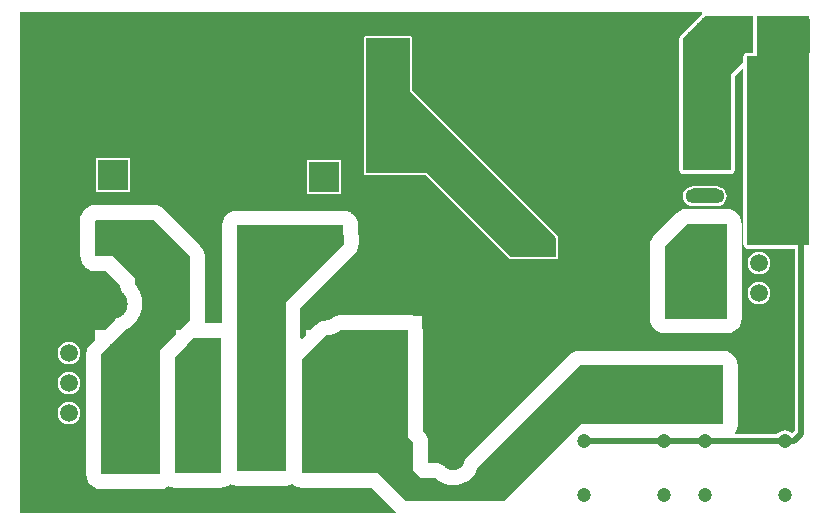
<source format=gtl>
G04*
G04 #@! TF.GenerationSoftware,Altium Limited,Altium Designer,22.4.2 (48)*
G04*
G04 Layer_Physical_Order=1*
G04 Layer_Color=255*
%FSLAX25Y25*%
%MOIN*%
G70*
G04*
G04 #@! TF.SameCoordinates,8CA05075-6D7B-4B7B-A49F-257FEDEDD644*
G04*
G04*
G04 #@! TF.FilePolarity,Positive*
G04*
G01*
G75*
%ADD12R,0.06614X0.11614*%
%ADD13R,0.08000X0.14000*%
%ADD14O,0.12992X0.05000*%
%ADD15R,0.13386X0.03937*%
%ADD16R,0.14000X0.08000*%
%ADD28C,0.01968*%
%ADD29C,0.09843*%
%ADD30R,0.09843X0.09843*%
%ADD31C,0.04724*%
%ADD32C,0.07480*%
%ADD33C,0.05906*%
%ADD34R,0.05906X0.05906*%
%ADD35C,0.02756*%
%ADD36C,0.02362*%
G36*
X238445Y167047D02*
X245804D01*
X245804Y167047D01*
Y154819D01*
X245673Y154689D01*
X243819D01*
X243358Y154597D01*
X242968Y154336D01*
X242706Y153945D01*
X242615Y153484D01*
X242615Y151630D01*
X238445Y147461D01*
X238445Y115486D01*
X222461Y115486D01*
X222461Y159509D01*
X230044Y167091D01*
X238445Y167047D01*
D02*
G37*
G36*
X264606Y90500D02*
X244172Y90500D01*
X243819Y90854D01*
X243819Y153484D01*
X247008D01*
Y167047D01*
X264606Y167047D01*
X264606Y90500D01*
D02*
G37*
G36*
X228965Y167716D02*
X228131Y166881D01*
X228100Y166860D01*
X228080Y166830D01*
X226595Y165346D01*
X226565Y165325D01*
X226544Y165295D01*
X225060Y163810D01*
X225029Y163790D01*
X225009Y163759D01*
X223524Y162275D01*
X223494Y162254D01*
X223473Y162224D01*
X221610Y160360D01*
X221349Y159969D01*
X221257Y159509D01*
X221257Y159509D01*
X221257Y115486D01*
X221349Y115025D01*
X221610Y114635D01*
X222001Y114374D01*
X222461Y114282D01*
X238445Y114282D01*
X238906Y114374D01*
X239297Y114635D01*
X239558Y115025D01*
X239649Y115486D01*
X239649Y146962D01*
X242153Y149466D01*
X242615Y149274D01*
X242615Y90854D01*
X242615Y90854D01*
X242706Y90393D01*
X242967Y90002D01*
X243321Y89648D01*
X243711Y89387D01*
X244172Y89296D01*
X244172Y89296D01*
X259681Y89296D01*
Y28665D01*
X258944Y27927D01*
X258262Y28450D01*
X257400Y28807D01*
X256475Y28929D01*
X255550Y28807D01*
X254688Y28450D01*
X253948Y27882D01*
X253703Y27563D01*
X239908D01*
X239661Y28063D01*
X240088Y28618D01*
X240353Y29260D01*
X240584Y29816D01*
X240584Y29816D01*
X240584Y29816D01*
X240664Y30424D01*
X240753Y31100D01*
X240753Y50500D01*
X240584Y51785D01*
X240088Y52982D01*
X239299Y54010D01*
X238271Y54799D01*
X237074Y55295D01*
X235789Y55464D01*
X188089Y55464D01*
X186804Y55295D01*
X185607Y54799D01*
X184579Y54010D01*
X150582Y20012D01*
X150236Y19562D01*
X149876Y19124D01*
X149843Y19049D01*
X149793Y18984D01*
X149576Y18460D01*
X149342Y17943D01*
X149322Y17878D01*
X148978Y17236D01*
X148516Y16673D01*
X147953Y16211D01*
X147311Y15867D01*
X146614Y15656D01*
X145889Y15584D01*
X145164Y15656D01*
X144467Y15867D01*
X143825Y16211D01*
X143039Y16856D01*
X142694Y17070D01*
X142372Y17317D01*
X142146Y17411D01*
X141938Y17540D01*
X141550Y17658D01*
X141174Y17813D01*
X140932Y17845D01*
X140698Y17916D01*
X140292Y17929D01*
X139890Y17982D01*
X137453Y17982D01*
X137453Y24040D01*
X137553Y24800D01*
X137384Y26085D01*
X136888Y27282D01*
X136099Y28310D01*
X136099Y28310D01*
X135653Y28756D01*
X135653Y62400D01*
X135512Y63470D01*
Y66850D01*
X132805D01*
X131974Y67195D01*
X130689Y67364D01*
X108645Y67364D01*
X108242Y67311D01*
X107836Y67297D01*
X107602Y67226D01*
X107360Y67195D01*
X106985Y67039D01*
X106596Y66921D01*
X106389Y66792D01*
X106163Y66699D01*
X105885Y66486D01*
X104789Y65900D01*
X103870Y65621D01*
X103109Y65546D01*
X102713Y65454D01*
X102310Y65401D01*
X102085Y65307D01*
X101847Y65252D01*
X101488Y65060D01*
X101113Y64905D01*
X100919Y64756D01*
X100704Y64641D01*
X100407Y64363D01*
X100085Y64116D01*
X98190Y62221D01*
X96668D01*
Y60698D01*
X95415Y59446D01*
X94953Y59637D01*
Y69544D01*
X112862Y87453D01*
X112893Y87494D01*
X112933Y87526D01*
X113287Y88007D01*
X113651Y88481D01*
X113671Y88529D01*
X113701Y88570D01*
X113918Y89126D01*
X114147Y89679D01*
X114154Y89729D01*
X114172Y89777D01*
X114238Y90371D01*
X114316Y90963D01*
X114309Y91014D01*
X114315Y91065D01*
X114189Y97261D01*
X114098Y97852D01*
X114020Y98444D01*
X114001Y98491D01*
X113993Y98542D01*
X113753Y99089D01*
X113524Y99641D01*
X113493Y99682D01*
X113473Y99728D01*
X113099Y100195D01*
X112736Y100669D01*
X112695Y100700D01*
X112663Y100740D01*
X112182Y101094D01*
X111708Y101458D01*
X111661Y101478D01*
X111619Y101508D01*
X111063Y101725D01*
X110511Y101954D01*
X110460Y101961D01*
X110412Y101979D01*
X109818Y102045D01*
X109226Y102123D01*
X73789D01*
X72504Y101954D01*
X71307Y101458D01*
X70279Y100669D01*
X69490Y99641D01*
X68994Y98444D01*
X68825Y97159D01*
Y64799D01*
X68558Y64564D01*
X63309D01*
X62979Y64940D01*
X63053Y65500D01*
X63053Y86900D01*
X62884Y88185D01*
X62388Y89382D01*
X61599Y90410D01*
X61599Y90410D01*
X49444Y102565D01*
X49444Y102565D01*
X48416Y103354D01*
X47219Y103850D01*
X45934Y104019D01*
X26723D01*
X26702Y104016D01*
X26680Y104019D01*
X26059Y103931D01*
X25438Y103850D01*
X25418Y103841D01*
X25397Y103838D01*
X24820Y103593D01*
X24241Y103354D01*
X24224Y103341D01*
X24204Y103332D01*
X23710Y102946D01*
X23213Y102565D01*
X23200Y102548D01*
X23183Y102534D01*
X22833Y102178D01*
X22819Y102161D01*
X22803Y102147D01*
X22430Y101644D01*
X22053Y101143D01*
X22045Y101123D01*
X22032Y101105D01*
X21802Y100523D01*
X21567Y99942D01*
X21565Y99920D01*
X21557Y99900D01*
X21486Y99277D01*
X21409Y98655D01*
X21412Y98634D01*
X21410Y98612D01*
X21614Y86814D01*
X21704Y86216D01*
X21783Y85615D01*
X21799Y85575D01*
X21806Y85532D01*
X22047Y84977D01*
X22279Y84418D01*
X22305Y84384D01*
X22322Y84344D01*
X22699Y83870D01*
X23067Y83390D01*
X23102Y83364D01*
X23129Y83330D01*
X23615Y82970D01*
X24095Y82601D01*
X24136Y82585D01*
X24170Y82559D01*
X24734Y82337D01*
X25293Y82105D01*
X25336Y82100D01*
X25376Y82084D01*
X25977Y82015D01*
X26577Y81936D01*
X30233D01*
X34775Y77394D01*
X34778Y77370D01*
X34791Y76964D01*
X34863Y76731D01*
X34894Y76488D01*
X35050Y76113D01*
X35168Y75724D01*
X35297Y75517D01*
X35390Y75291D01*
X35638Y74969D01*
X35852Y74624D01*
X36478Y73861D01*
X36931Y73014D01*
X37210Y72094D01*
X37304Y71138D01*
X37210Y70181D01*
X36931Y69262D01*
X36478Y68414D01*
X35868Y67671D01*
X35125Y67062D01*
X34283Y66611D01*
X34216Y66564D01*
X34141Y66532D01*
X33691Y66187D01*
X33230Y65857D01*
X33178Y65793D01*
X33113Y65744D01*
X29790Y62421D01*
X26468D01*
Y59099D01*
X26379Y59010D01*
X26379Y59010D01*
X25079Y57710D01*
X24290Y56682D01*
X23794Y55485D01*
X23625Y54200D01*
Y14200D01*
X23794Y12915D01*
X24290Y11718D01*
X25079Y10690D01*
X26107Y9901D01*
X27304Y9405D01*
X28589Y9236D01*
X48089D01*
X49374Y9405D01*
X50571Y9901D01*
X51104Y10310D01*
X51524Y10137D01*
X52126Y9888D01*
X52128Y9888D01*
X52130Y9887D01*
X52767Y9804D01*
X53411Y9720D01*
X53413Y9720D01*
X53415Y9720D01*
X68566Y9747D01*
X69204Y9832D01*
X69842Y9916D01*
X69846Y9917D01*
X69851Y9918D01*
X70445Y10166D01*
X71039Y10412D01*
X71043Y10414D01*
X71047Y10416D01*
X71557Y10809D01*
X71632Y10867D01*
X72504Y10505D01*
X73789Y10336D01*
X89989D01*
X91274Y10505D01*
X92326Y10941D01*
X93007Y10419D01*
X94204Y9923D01*
X95489Y9753D01*
X118516D01*
X126429Y1840D01*
X126706Y1628D01*
X126545Y1154D01*
X1391D01*
X1391Y168216D01*
X228758D01*
X228965Y167716D01*
D02*
G37*
G36*
X109352Y90963D02*
X89989Y71600D01*
Y15300D01*
X73789D01*
Y97159D01*
X109226D01*
X109352Y90963D01*
D02*
G37*
G36*
X68558Y14710D02*
X53407Y14684D01*
X53053Y15037D01*
X53053Y53444D01*
X56978Y57369D01*
X56978Y57369D01*
X57647Y58242D01*
X58520Y58911D01*
X58520Y58911D01*
X59209Y59600D01*
X68558D01*
X68558Y14710D01*
D02*
G37*
G36*
X58089Y86900D02*
X58089Y65500D01*
X55010Y62421D01*
X53468D01*
Y60879D01*
X48089Y55500D01*
X48089Y14200D01*
X28589D01*
Y54200D01*
X29889Y55500D01*
X36623Y62234D01*
X37896Y62914D01*
X39395Y64144D01*
X40625Y65643D01*
X41539Y67353D01*
X42102Y69208D01*
X42292Y71138D01*
X42102Y73067D01*
X41539Y74923D01*
X40625Y76632D01*
X39689Y77773D01*
X39689Y79500D01*
X32289Y86900D01*
X26577D01*
X26373Y98699D01*
X26723Y99055D01*
X45934D01*
X58089Y86900D01*
D02*
G37*
G36*
X130689Y26700D02*
X132589Y24800D01*
X132489Y24700D01*
X132489Y15700D01*
X135170Y13019D01*
X139890Y13019D01*
X141054Y12064D01*
X142558Y11259D01*
X144191Y10764D01*
X145889Y10597D01*
X147587Y10764D01*
X149220Y11259D01*
X150724Y12064D01*
X152043Y13146D01*
X153126Y14465D01*
X153930Y15969D01*
X154092Y16503D01*
X188089Y50500D01*
X235789Y50500D01*
X235789Y31100D01*
X188664Y31100D01*
X162914Y5350D01*
X129939D01*
X120689Y14600D01*
Y14717D01*
X95489D01*
X95489Y52500D01*
X103595Y60606D01*
X104843Y60729D01*
X106698Y61292D01*
X108408Y62206D01*
X108645Y62400D01*
X130689Y62400D01*
X130689Y26700D01*
D02*
G37*
%LPC*%
G36*
X38071Y119807D02*
X26732D01*
Y108468D01*
X38071D01*
Y119807D01*
D02*
G37*
G36*
X108583Y119098D02*
X97244D01*
Y107760D01*
X108583D01*
Y119098D01*
D02*
G37*
G36*
X233769Y110154D02*
X225777D01*
X224929Y110042D01*
X224139Y109715D01*
X223461Y109195D01*
X222940Y108516D01*
X222613Y107726D01*
X222501Y106878D01*
X222613Y106030D01*
X222940Y105240D01*
X223461Y104561D01*
X224139Y104041D01*
X224929Y103714D01*
X225777Y103602D01*
X233769D01*
X234617Y103714D01*
X235407Y104041D01*
X236086Y104561D01*
X236606Y105240D01*
X236934Y106030D01*
X237045Y106878D01*
X236934Y107726D01*
X236606Y108516D01*
X236086Y109195D01*
X235407Y109715D01*
X234617Y110042D01*
X233769Y110154D01*
D02*
G37*
G36*
X131389Y160410D02*
X116889Y160410D01*
X116597Y160352D01*
X116350Y160187D01*
X116184Y159939D01*
X116126Y159647D01*
X116126Y114647D01*
X116155Y114503D01*
X116183Y114358D01*
X116184Y114357D01*
X116184Y114355D01*
X116266Y114233D01*
X116348Y114110D01*
X116349Y114109D01*
X116350Y114108D01*
X116471Y114027D01*
X116595Y113944D01*
X116596Y113943D01*
X116597Y113943D01*
X116740Y113914D01*
X116886Y113885D01*
X136845Y113820D01*
X164579Y86161D01*
X164579Y86161D01*
X164579Y86161D01*
X164579Y86160D01*
X164701Y86079D01*
X164826Y85995D01*
X164827Y85995D01*
X164827Y85995D01*
X164975Y85966D01*
X165118Y85937D01*
X180189D01*
X180481Y85995D01*
X180728Y86161D01*
X180894Y86408D01*
X180952Y86700D01*
Y93100D01*
X180952Y93100D01*
X180894Y93392D01*
X180728Y93639D01*
X180728Y93639D01*
X132152Y142216D01*
X132152Y159647D01*
X132094Y159939D01*
X131928Y160187D01*
X131681Y160352D01*
X131389Y160410D01*
D02*
G37*
G36*
X247798Y88380D02*
X246831Y88253D01*
X245931Y87880D01*
X245158Y87287D01*
X244565Y86514D01*
X244192Y85613D01*
X244065Y84647D01*
X244192Y83681D01*
X244565Y82781D01*
X245158Y82008D01*
X245931Y81415D01*
X246831Y81042D01*
X247798Y80914D01*
X248764Y81042D01*
X249664Y81415D01*
X250437Y82008D01*
X251030Y82781D01*
X251403Y83681D01*
X251530Y84647D01*
X251403Y85613D01*
X251030Y86514D01*
X250437Y87287D01*
X249664Y87880D01*
X248764Y88253D01*
X247798Y88380D01*
D02*
G37*
G36*
Y78380D02*
X246831Y78253D01*
X245931Y77880D01*
X245158Y77287D01*
X244565Y76514D01*
X244192Y75613D01*
X244065Y74647D01*
X244192Y73681D01*
X244565Y72781D01*
X245158Y72008D01*
X245931Y71415D01*
X246831Y71042D01*
X247798Y70915D01*
X248764Y71042D01*
X249664Y71415D01*
X250437Y72008D01*
X251030Y72781D01*
X251403Y73681D01*
X251530Y74647D01*
X251403Y75613D01*
X251030Y76514D01*
X250437Y77287D01*
X249664Y77880D01*
X248764Y78253D01*
X247798Y78380D01*
D02*
G37*
G36*
X223889Y102764D02*
X222604Y102595D01*
X221407Y102099D01*
X220379Y101310D01*
X220379Y101310D01*
X212879Y93810D01*
X212879Y93810D01*
X212528Y93352D01*
X212090Y92782D01*
X211594Y91585D01*
X211425Y90300D01*
X211425Y66109D01*
X211594Y64825D01*
X212090Y63628D01*
X212879Y62599D01*
X213907Y61811D01*
X215104Y61315D01*
X216389Y61146D01*
X237070Y61146D01*
X238355Y61315D01*
X239552Y61811D01*
X240580Y62599D01*
X241369Y63628D01*
X241865Y64825D01*
X242034Y66109D01*
Y82338D01*
X242075Y82622D01*
X242070Y82660D01*
X242075Y82698D01*
X242030Y97815D01*
X241944Y98451D01*
X241860Y99085D01*
X241858Y99092D01*
X241857Y99099D01*
X241609Y99691D01*
X241365Y100282D01*
X241360Y100288D01*
X241357Y100295D01*
X240966Y100801D01*
X240576Y101310D01*
X240570Y101314D01*
X240565Y101320D01*
X240057Y101708D01*
X239548Y102099D01*
X239541Y102102D01*
X239535Y102106D01*
X238943Y102349D01*
X238351Y102595D01*
X238343Y102596D01*
X238336Y102598D01*
X237701Y102680D01*
X237066Y102764D01*
X223889Y102764D01*
D02*
G37*
G36*
X17798Y58380D02*
X16831Y58253D01*
X15931Y57880D01*
X15158Y57287D01*
X14565Y56514D01*
X14192Y55613D01*
X14065Y54647D01*
X14192Y53681D01*
X14565Y52781D01*
X15158Y52008D01*
X15931Y51415D01*
X16831Y51042D01*
X17798Y50915D01*
X18764Y51042D01*
X19664Y51415D01*
X20437Y52008D01*
X21030Y52781D01*
X21403Y53681D01*
X21530Y54647D01*
X21403Y55613D01*
X21030Y56514D01*
X20437Y57287D01*
X19664Y57880D01*
X18764Y58253D01*
X17798Y58380D01*
D02*
G37*
G36*
Y48380D02*
X16831Y48253D01*
X15931Y47880D01*
X15158Y47287D01*
X14565Y46514D01*
X14192Y45613D01*
X14065Y44647D01*
X14192Y43681D01*
X14565Y42781D01*
X15158Y42008D01*
X15931Y41415D01*
X16831Y41042D01*
X17798Y40914D01*
X18764Y41042D01*
X19664Y41415D01*
X20437Y42008D01*
X21030Y42781D01*
X21403Y43681D01*
X21530Y44647D01*
X21403Y45613D01*
X21030Y46514D01*
X20437Y47287D01*
X19664Y47880D01*
X18764Y48253D01*
X17798Y48380D01*
D02*
G37*
G36*
Y38380D02*
X16831Y38253D01*
X15931Y37880D01*
X15158Y37287D01*
X14565Y36514D01*
X14192Y35613D01*
X14065Y34647D01*
X14192Y33681D01*
X14565Y32781D01*
X15158Y32008D01*
X15931Y31415D01*
X16831Y31042D01*
X17798Y30915D01*
X18764Y31042D01*
X19664Y31415D01*
X20437Y32008D01*
X21030Y32781D01*
X21403Y33681D01*
X21530Y34647D01*
X21403Y35613D01*
X21030Y36514D01*
X20437Y37287D01*
X19664Y37880D01*
X18764Y38253D01*
X17798Y38380D01*
D02*
G37*
%LPD*%
G36*
X131389Y141900D02*
X180189Y93100D01*
Y86700D01*
X165118D01*
X137162Y114581D01*
X116889Y114647D01*
X116889Y159647D01*
X131389Y159647D01*
X131389Y141900D01*
D02*
G37*
G36*
X237066Y97800D02*
X237111Y82683D01*
X237070Y82642D01*
Y66109D01*
X216389Y66109D01*
X216389Y90300D01*
X223889Y97800D01*
X237066Y97800D01*
D02*
G37*
D12*
X242520Y160472D02*
D03*
X261339D02*
D03*
D13*
X105589Y50300D02*
D03*
X78589D02*
D03*
X62389Y50500D02*
D03*
X35389D02*
D03*
D14*
X229773Y95067D02*
D03*
Y106878D02*
D03*
Y118689D02*
D03*
Y130500D02*
D03*
Y142311D02*
D03*
Y154122D02*
D03*
X123789Y95067D02*
D03*
Y106878D02*
D03*
Y118689D02*
D03*
Y130500D02*
D03*
Y142311D02*
D03*
Y154122D02*
D03*
D15*
X123898Y59961D02*
D03*
X158898D02*
D03*
D16*
X226789Y72300D02*
D03*
Y45300D02*
D03*
D28*
X189504Y25355D02*
X229703D01*
X259042Y94647D02*
X261889Y91800D01*
Y27750D02*
Y91800D01*
X259494Y25355D02*
X261889Y27750D01*
X256475Y25355D02*
X259494D01*
X229703D02*
X256475D01*
X189503Y25355D02*
X189504Y25355D01*
X247798Y94647D02*
Y104647D01*
Y94647D02*
X259042D01*
D29*
X32402Y92638D02*
D03*
Y71138D02*
D03*
X102913Y91929D02*
D03*
Y70429D02*
D03*
D30*
X32402Y114138D02*
D03*
X102913Y113429D02*
D03*
D31*
X216275Y7245D02*
D03*
Y25355D02*
D03*
X189503D02*
D03*
Y7245D02*
D03*
X256475Y7245D02*
D03*
Y25355D02*
D03*
X229703D02*
D03*
Y7245D02*
D03*
D32*
X145889Y19300D02*
D03*
X125889D02*
D03*
X60489Y19000D02*
D03*
X40489D02*
D03*
X102089Y19300D02*
D03*
X82089D02*
D03*
D33*
X247798Y34647D02*
D03*
Y44647D02*
D03*
Y54647D02*
D03*
Y64647D02*
D03*
Y74647D02*
D03*
Y84647D02*
D03*
Y94647D02*
D03*
Y104647D02*
D03*
Y114647D02*
D03*
Y124647D02*
D03*
Y134647D02*
D03*
X17798Y34647D02*
D03*
Y44647D02*
D03*
Y54647D02*
D03*
Y64647D02*
D03*
Y74647D02*
D03*
Y84647D02*
D03*
Y94647D02*
D03*
Y104647D02*
D03*
Y114647D02*
D03*
Y124647D02*
D03*
Y134647D02*
D03*
D34*
X247798Y144647D02*
D03*
X17798D02*
D03*
D35*
X251326Y69600D02*
D03*
Y30230D02*
D03*
X245420Y49915D02*
D03*
X243452Y69600D02*
D03*
Y61726D02*
D03*
X241483Y57789D02*
D03*
X243452Y38104D02*
D03*
Y30230D02*
D03*
X237546Y57789D02*
D03*
X233609D02*
D03*
X229672D02*
D03*
X225735D02*
D03*
X221798D02*
D03*
X219830Y164088D02*
D03*
X217861Y160152D02*
D03*
Y57789D02*
D03*
X215893Y164088D02*
D03*
X213924Y160152D02*
D03*
X215893Y156214D02*
D03*
X213924Y152278D02*
D03*
Y57789D02*
D03*
X211956Y164088D02*
D03*
X209987Y160152D02*
D03*
X211956Y156214D02*
D03*
X209987Y152278D02*
D03*
X211956Y148340D02*
D03*
X209987Y65663D02*
D03*
Y57789D02*
D03*
X208019Y164088D02*
D03*
X206050Y160152D02*
D03*
X208019Y156214D02*
D03*
Y148340D02*
D03*
X206050Y73537D02*
D03*
X208019Y69600D02*
D03*
X206050Y65663D02*
D03*
X208019Y61726D02*
D03*
X206050Y57789D02*
D03*
X204082Y164088D02*
D03*
X202113Y160152D02*
D03*
X204082Y156214D02*
D03*
Y77474D02*
D03*
X202113Y73537D02*
D03*
X204082Y69600D02*
D03*
X200145Y164088D02*
D03*
X198176Y160152D02*
D03*
X200145Y156214D02*
D03*
X198176Y136529D02*
D03*
X200145Y77474D02*
D03*
X198176Y73537D02*
D03*
X200145Y69600D02*
D03*
X198176Y65663D02*
D03*
X196207Y164088D02*
D03*
X194239Y160152D02*
D03*
X196207Y156214D02*
D03*
X194239Y152278D02*
D03*
Y136529D02*
D03*
X196207Y132592D02*
D03*
Y77474D02*
D03*
Y69600D02*
D03*
Y61726D02*
D03*
X192271Y164088D02*
D03*
X190302Y160152D02*
D03*
X192271Y156214D02*
D03*
X190302Y152278D02*
D03*
X192271Y148340D02*
D03*
X190302Y144404D02*
D03*
X192271Y140466D02*
D03*
X190302Y136529D02*
D03*
X192271Y132592D02*
D03*
X190302Y97159D02*
D03*
X188333Y164088D02*
D03*
X186365Y160152D02*
D03*
X188333Y156214D02*
D03*
X186365Y136529D02*
D03*
X188333Y132592D02*
D03*
Y101096D02*
D03*
X186365Y97159D02*
D03*
X184397Y164088D02*
D03*
X182428Y160152D02*
D03*
X184397Y156214D02*
D03*
X182428Y136529D02*
D03*
X184397Y132592D02*
D03*
Y101096D02*
D03*
X182428Y97159D02*
D03*
X184397Y93222D02*
D03*
X180459Y164088D02*
D03*
X178491Y160152D02*
D03*
X180459Y156214D02*
D03*
X178491Y136529D02*
D03*
X180459Y132592D02*
D03*
Y101096D02*
D03*
Y53852D02*
D03*
X178491Y49915D02*
D03*
X176523Y164088D02*
D03*
X174554Y160152D02*
D03*
X176523Y156214D02*
D03*
X174554Y152278D02*
D03*
Y144404D02*
D03*
Y136529D02*
D03*
X176523Y132592D02*
D03*
Y101096D02*
D03*
Y53852D02*
D03*
X174554Y49915D02*
D03*
X172585Y164088D02*
D03*
X170617Y160152D02*
D03*
X172585Y156214D02*
D03*
X170617Y152278D02*
D03*
X172585Y53852D02*
D03*
X170617Y49915D02*
D03*
X172585Y45978D02*
D03*
X170617Y42041D02*
D03*
X168649Y164088D02*
D03*
X166680Y160152D02*
D03*
X168649Y156214D02*
D03*
X166680Y152278D02*
D03*
X168649Y53852D02*
D03*
X166680Y49915D02*
D03*
X168649Y45978D02*
D03*
X166680Y42041D02*
D03*
X164711Y164088D02*
D03*
X162743Y160152D02*
D03*
X164711Y156214D02*
D03*
X162743Y152278D02*
D03*
Y81411D02*
D03*
Y73537D02*
D03*
Y65663D02*
D03*
X164711Y53852D02*
D03*
X162743Y49915D02*
D03*
X164711Y45978D02*
D03*
X162743Y42041D02*
D03*
X164711Y38104D02*
D03*
X162743Y34167D02*
D03*
X160774Y164088D02*
D03*
X158806Y160152D02*
D03*
X160774Y156214D02*
D03*
X158806Y152278D02*
D03*
Y89285D02*
D03*
X160774Y85348D02*
D03*
X158806Y81411D02*
D03*
X160774Y77474D02*
D03*
X158806Y73537D02*
D03*
X160774Y69600D02*
D03*
X158806Y65663D02*
D03*
X160774Y53852D02*
D03*
X158806Y49915D02*
D03*
X160774Y45978D02*
D03*
X158806Y42041D02*
D03*
X160774Y38104D02*
D03*
X158806Y34167D02*
D03*
X156837Y164088D02*
D03*
X154869Y160152D02*
D03*
X156837Y156214D02*
D03*
X154869Y152278D02*
D03*
Y89285D02*
D03*
X156837Y85348D02*
D03*
X154869Y81411D02*
D03*
X156837Y77474D02*
D03*
X154869Y73537D02*
D03*
X156837Y69600D02*
D03*
X154869Y65663D02*
D03*
X156837Y53852D02*
D03*
X154869Y49915D02*
D03*
X156837Y45978D02*
D03*
X154869Y42041D02*
D03*
X156837Y38104D02*
D03*
X154869Y34167D02*
D03*
X156837Y30230D02*
D03*
X154869Y26293D02*
D03*
X152900Y164088D02*
D03*
X150932Y160152D02*
D03*
X152900Y156214D02*
D03*
X150932Y152278D02*
D03*
Y89285D02*
D03*
X152900Y85348D02*
D03*
X150932Y81411D02*
D03*
X152900Y77474D02*
D03*
X150932Y73537D02*
D03*
X152900Y69600D02*
D03*
X150932Y65663D02*
D03*
X152900Y53852D02*
D03*
X150932Y49915D02*
D03*
X152900Y45978D02*
D03*
X150932Y42041D02*
D03*
X152900Y38104D02*
D03*
X150932Y34167D02*
D03*
X152900Y30230D02*
D03*
X150932Y26293D02*
D03*
X148963Y164088D02*
D03*
X146995Y160152D02*
D03*
X148963Y156214D02*
D03*
X146995Y152278D02*
D03*
X148963Y85348D02*
D03*
Y77474D02*
D03*
X146995Y73537D02*
D03*
X148963Y69600D02*
D03*
X146995Y65663D02*
D03*
X148963Y61726D02*
D03*
X146995Y57789D02*
D03*
X148963Y53852D02*
D03*
X146995Y49915D02*
D03*
X148963Y45978D02*
D03*
X146995Y42041D02*
D03*
X148963Y38104D02*
D03*
X146995Y34167D02*
D03*
X148963Y30230D02*
D03*
X146995Y26293D02*
D03*
X145026Y164088D02*
D03*
X143058Y160152D02*
D03*
X145026Y156214D02*
D03*
X143058Y152278D02*
D03*
Y73537D02*
D03*
X145026Y69600D02*
D03*
X143058Y65663D02*
D03*
X145026Y61726D02*
D03*
X143058Y57789D02*
D03*
X145026Y53852D02*
D03*
X143058Y49915D02*
D03*
X145026Y45978D02*
D03*
X143058Y42041D02*
D03*
X145026Y38104D02*
D03*
X143058Y34167D02*
D03*
X145026Y30230D02*
D03*
X143058Y26293D02*
D03*
X141089Y164088D02*
D03*
X139121Y160152D02*
D03*
X141089Y156214D02*
D03*
X139121Y152278D02*
D03*
Y73537D02*
D03*
X141089Y69600D02*
D03*
X139121Y65663D02*
D03*
X141089Y61726D02*
D03*
X139121Y57789D02*
D03*
X141089Y53852D02*
D03*
X139121Y49915D02*
D03*
X141089Y45978D02*
D03*
X139121Y42041D02*
D03*
X141089Y38104D02*
D03*
X139121Y34167D02*
D03*
X141089Y30230D02*
D03*
X139121Y26293D02*
D03*
X137152Y164088D02*
D03*
X135184Y160152D02*
D03*
X137152Y156214D02*
D03*
X135184Y152278D02*
D03*
Y89285D02*
D03*
X137152Y85348D02*
D03*
X135184Y81411D02*
D03*
X137152Y77474D02*
D03*
X135184Y73537D02*
D03*
X137152Y69600D02*
D03*
Y61726D02*
D03*
Y53852D02*
D03*
Y45978D02*
D03*
Y38104D02*
D03*
X133215Y164088D02*
D03*
Y101096D02*
D03*
Y93222D02*
D03*
X131247Y89285D02*
D03*
X133215Y85348D02*
D03*
X131247Y81411D02*
D03*
X133215Y77474D02*
D03*
X131247Y73537D02*
D03*
X133215Y69600D02*
D03*
X129278Y164088D02*
D03*
Y101096D02*
D03*
X127310Y89285D02*
D03*
X129278Y85348D02*
D03*
X127310Y81411D02*
D03*
X129278Y77474D02*
D03*
X127310Y73537D02*
D03*
X129278Y69600D02*
D03*
X125341Y164088D02*
D03*
Y101096D02*
D03*
X123373Y89285D02*
D03*
X125341Y85348D02*
D03*
X123373Y81411D02*
D03*
X125341Y77474D02*
D03*
X123373Y73537D02*
D03*
X125341Y69600D02*
D03*
X121404Y164088D02*
D03*
Y101096D02*
D03*
X119436Y89285D02*
D03*
X121404Y85348D02*
D03*
X119436Y81411D02*
D03*
X121404Y77474D02*
D03*
X119436Y73537D02*
D03*
X121404Y69600D02*
D03*
X117467Y164088D02*
D03*
X115499Y112907D02*
D03*
Y105033D02*
D03*
X117467Y101096D02*
D03*
X115499Y89285D02*
D03*
X117467Y85348D02*
D03*
X115499Y81411D02*
D03*
X117467Y77474D02*
D03*
X115499Y73537D02*
D03*
X117467Y69600D02*
D03*
X113530Y164088D02*
D03*
X111562Y160152D02*
D03*
X113530Y156214D02*
D03*
X111562Y152278D02*
D03*
X113530Y116844D02*
D03*
X111562Y112907D02*
D03*
X113530Y108970D02*
D03*
X111562Y105033D02*
D03*
X113530Y85348D02*
D03*
X111562Y81411D02*
D03*
X113530Y77474D02*
D03*
X111562Y73537D02*
D03*
X113530Y69600D02*
D03*
X109593Y164088D02*
D03*
X107625Y160152D02*
D03*
Y105033D02*
D03*
X109593Y77474D02*
D03*
X105656Y164088D02*
D03*
X103688Y160152D02*
D03*
Y120781D02*
D03*
Y105033D02*
D03*
X105656Y77474D02*
D03*
X101719Y164088D02*
D03*
X99751Y160152D02*
D03*
X101719Y156214D02*
D03*
X99751Y120781D02*
D03*
Y105033D02*
D03*
X97782Y164088D02*
D03*
X95814Y160152D02*
D03*
X97782Y156214D02*
D03*
X95814Y120781D02*
D03*
Y112907D02*
D03*
X93845Y164088D02*
D03*
X91877Y160152D02*
D03*
X93845Y156214D02*
D03*
X91877Y120781D02*
D03*
X93845Y116844D02*
D03*
X91877Y112907D02*
D03*
X89908Y164088D02*
D03*
X87940Y160152D02*
D03*
X89908Y156214D02*
D03*
X87940Y120781D02*
D03*
X89908Y116844D02*
D03*
X87940Y112907D02*
D03*
X85971Y164088D02*
D03*
X84003Y160152D02*
D03*
X85971Y156214D02*
D03*
X84003Y120781D02*
D03*
X85971Y116844D02*
D03*
X84003Y112907D02*
D03*
X82034Y164088D02*
D03*
X80066Y160152D02*
D03*
X82034Y156214D02*
D03*
Y116844D02*
D03*
X78097Y164088D02*
D03*
X76129Y160152D02*
D03*
X78097Y156214D02*
D03*
X74160Y164088D02*
D03*
X72192Y160152D02*
D03*
X74160Y156214D02*
D03*
X70223Y164088D02*
D03*
X68255Y160152D02*
D03*
X70223Y156214D02*
D03*
X66286Y164088D02*
D03*
X64318Y160152D02*
D03*
X66286Y156214D02*
D03*
Y93222D02*
D03*
X64318Y89285D02*
D03*
X66286Y85348D02*
D03*
Y77474D02*
D03*
Y69600D02*
D03*
X62349Y164088D02*
D03*
X60381Y160152D02*
D03*
X62349Y156214D02*
D03*
X60381Y152278D02*
D03*
Y105033D02*
D03*
Y97159D02*
D03*
X62349Y93222D02*
D03*
X58412Y164088D02*
D03*
X56444Y160152D02*
D03*
X58412Y156214D02*
D03*
X56444Y152278D02*
D03*
X58412Y148340D02*
D03*
X56444Y144404D02*
D03*
X58412Y140466D02*
D03*
X56444Y136529D02*
D03*
X58412Y132592D02*
D03*
X56444Y128655D02*
D03*
X58412Y124718D02*
D03*
X56444Y120781D02*
D03*
X58412Y116844D02*
D03*
X54475Y164088D02*
D03*
X52507Y160152D02*
D03*
X54475Y156214D02*
D03*
X52507Y152278D02*
D03*
X54475Y148340D02*
D03*
X52507Y144404D02*
D03*
X54475Y140466D02*
D03*
X52507Y136529D02*
D03*
X54475Y132592D02*
D03*
X52507Y128655D02*
D03*
X54475Y124718D02*
D03*
X52507Y120781D02*
D03*
X54475Y116844D02*
D03*
Y108970D02*
D03*
X50538Y164088D02*
D03*
X48570Y160152D02*
D03*
X50538Y156214D02*
D03*
X48570Y152278D02*
D03*
X50538Y148340D02*
D03*
Y140466D02*
D03*
Y132592D02*
D03*
X48570Y128655D02*
D03*
X50538Y124718D02*
D03*
X48570Y120781D02*
D03*
X50538Y116844D02*
D03*
Y108970D02*
D03*
X46601Y164088D02*
D03*
X44633Y160152D02*
D03*
X46601Y156214D02*
D03*
X44633Y152278D02*
D03*
X46601Y148340D02*
D03*
Y132592D02*
D03*
X44633Y128655D02*
D03*
X46601Y124718D02*
D03*
X44633Y120781D02*
D03*
X46601Y116844D02*
D03*
X42664Y164088D02*
D03*
X40696Y160152D02*
D03*
X42664Y156214D02*
D03*
X40696Y152278D02*
D03*
X42664Y148340D02*
D03*
Y132592D02*
D03*
X40696Y128655D02*
D03*
X42664Y124718D02*
D03*
X40696Y120781D02*
D03*
X42664Y116844D02*
D03*
X38727Y164088D02*
D03*
X36759Y160152D02*
D03*
X38727Y156214D02*
D03*
X36759Y152278D02*
D03*
X38727Y148340D02*
D03*
Y132592D02*
D03*
X36759Y128655D02*
D03*
X38727Y124718D02*
D03*
X34790Y164088D02*
D03*
X32822Y160152D02*
D03*
X34790Y156214D02*
D03*
X32822Y152278D02*
D03*
X34790Y148340D02*
D03*
X32822Y144404D02*
D03*
X34790Y140466D02*
D03*
X32822Y136529D02*
D03*
X34790Y132592D02*
D03*
X32822Y128655D02*
D03*
X34790Y124718D02*
D03*
X30853Y164088D02*
D03*
X28885Y160152D02*
D03*
X30853Y156214D02*
D03*
X28885Y152278D02*
D03*
X30853Y148340D02*
D03*
X28885Y144404D02*
D03*
X30853Y140466D02*
D03*
X28885Y136529D02*
D03*
X30853Y132592D02*
D03*
X28885Y128655D02*
D03*
X30853Y124718D02*
D03*
X26916Y164088D02*
D03*
X24948Y160152D02*
D03*
X26916Y156214D02*
D03*
X24948Y152278D02*
D03*
X26916Y148340D02*
D03*
X24948Y144404D02*
D03*
X26916Y140466D02*
D03*
X24948Y136529D02*
D03*
X26916Y132592D02*
D03*
X24948Y128655D02*
D03*
X26916Y124718D02*
D03*
X24948Y120781D02*
D03*
Y112907D02*
D03*
X26916Y77474D02*
D03*
X24948Y73537D02*
D03*
Y65663D02*
D03*
X22979Y164088D02*
D03*
X21011Y160152D02*
D03*
X22979Y156214D02*
D03*
X21011Y152278D02*
D03*
X22979Y148340D02*
D03*
Y140466D02*
D03*
Y132592D02*
D03*
X21011Y128655D02*
D03*
X22979Y124718D02*
D03*
Y116844D02*
D03*
Y77474D02*
D03*
Y69600D02*
D03*
Y61726D02*
D03*
X21011Y18419D02*
D03*
Y10545D02*
D03*
X19042Y164088D02*
D03*
X17074Y160152D02*
D03*
X19042Y156214D02*
D03*
X17074Y152278D02*
D03*
X19042Y22356D02*
D03*
X17074Y18419D02*
D03*
X19042Y14482D02*
D03*
X17074Y10545D02*
D03*
X15105Y164088D02*
D03*
X13137Y160152D02*
D03*
X15105Y156214D02*
D03*
X13137Y152278D02*
D03*
Y128655D02*
D03*
Y120781D02*
D03*
Y89285D02*
D03*
Y81411D02*
D03*
X15105Y69600D02*
D03*
X13137Y57789D02*
D03*
Y49915D02*
D03*
X15105Y14482D02*
D03*
X11168Y164088D02*
D03*
X9200Y160152D02*
D03*
X11168Y156214D02*
D03*
X9200Y152278D02*
D03*
X11168Y148340D02*
D03*
X9200Y144404D02*
D03*
X11168Y140466D02*
D03*
X9200Y136529D02*
D03*
X11168Y132592D02*
D03*
X9200Y128655D02*
D03*
X11168Y124718D02*
D03*
X9200Y120781D02*
D03*
X11168Y116844D02*
D03*
X9200Y112907D02*
D03*
X11168Y108970D02*
D03*
X9200Y105033D02*
D03*
X7231Y164088D02*
D03*
X5263Y160152D02*
D03*
X7231Y156214D02*
D03*
X5263Y152278D02*
D03*
X7231Y148340D02*
D03*
X5263Y144404D02*
D03*
X7231Y140466D02*
D03*
X5263Y136529D02*
D03*
X7231Y132592D02*
D03*
X5263Y128655D02*
D03*
X7231Y124718D02*
D03*
X5263Y120781D02*
D03*
X7231Y116844D02*
D03*
X5263Y112907D02*
D03*
X7231Y108970D02*
D03*
X5263Y105033D02*
D03*
X7231Y101096D02*
D03*
X5263Y97159D02*
D03*
Y2671D02*
D03*
D36*
X176289Y88675D02*
D03*
X173789D02*
D03*
X171189D02*
D03*
X168789D02*
D03*
X229803Y165157D02*
D03*
X228268Y163622D02*
D03*
X226732Y162087D02*
D03*
X225197Y160551D02*
D03*
X223701Y158976D02*
D03*
X178789Y88675D02*
D03*
X166289D02*
D03*
M02*

</source>
